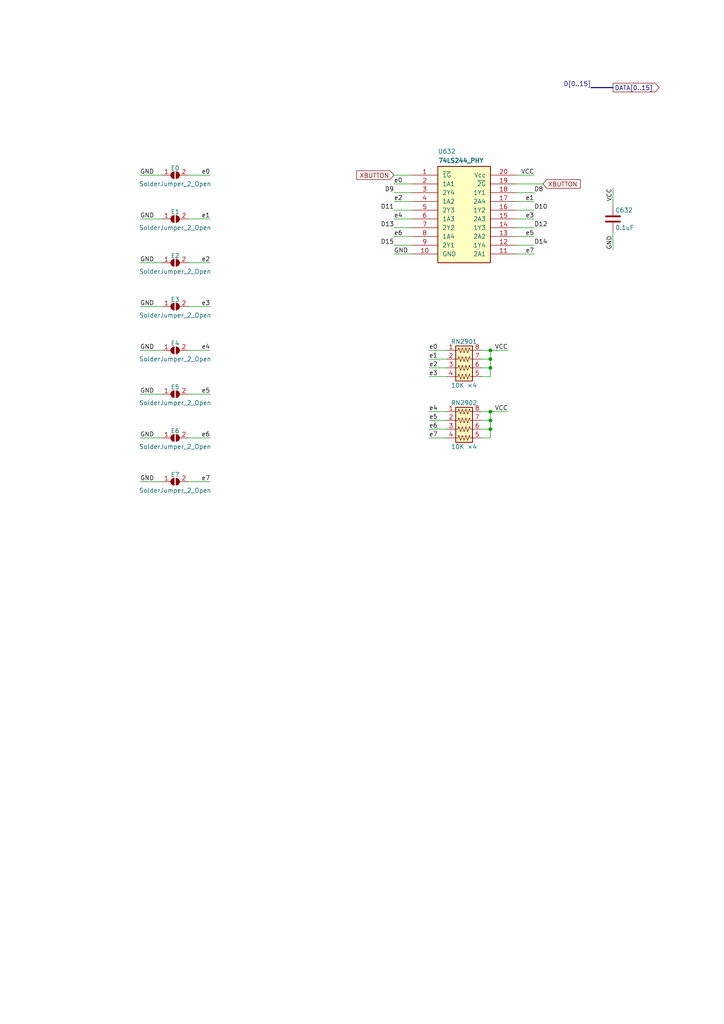
<source format=kicad_sch>
(kicad_sch (version 20211123) (generator eeschema)
  (paper "A4" portrait)
  (title_block (title "ReSTe mignon") (date "2022-07-13") (rev "mk0-0.1") (company "David SPORN") (comment 2 "original repository : https://github.com/sporniket/reste-mignon") (comment 4 "A remake of the Atari STe with some fixes applied and a target size of 25×18cm (B5)"))
  (lib_symbols
    (symbol "74x244:74LS244_PHY" (pin_names (offset 1.27))
      (property "Reference" "U" (at 0 0 0))
      (property "Value" "74LS244_PHY" (at 0 0 0))
      (symbol "74LS244_PHY_0_0"
        (rectangle (start -7.62 13.97) (end 7.62 -13.97) (stroke (width 0.254)) (fill (type background)))
        (pin input line (at -15.24 11.43 0) (length 7.62) (name "~{1G}") (number "1"))
        (pin power_in line (at -15.24 -11.43 0) (length 7.62) (name "GND") (number "10"))
        (pin input line (at 15.24 -11.43 180) (length 7.62) (name "2A1") (number "11"))
        (pin tri_state line (at 15.24 -8.89 180) (length 7.62) (name "1Y4") (number "12"))
        (pin input line (at 15.24 -6.35 180) (length 7.62) (name "2A2") (number "13"))
        (pin tri_state line (at 15.24 -3.81 180) (length 7.62) (name "1Y3") (number "14"))
        (pin input line (at 15.24 -1.27 180) (length 7.62) (name "2A3") (number "15"))
        (pin tri_state line (at 15.24 1.27 180) (length 7.62) (name "1Y2") (number "16"))
        (pin input line (at 15.24 3.81 180) (length 7.62) (name "2A4") (number "17"))
        (pin tri_state line (at 15.24 6.35 180) (length 7.62) (name "1Y1") (number "18"))
        (pin input line (at 15.24 8.89 180) (length 7.62) (name "~{2G}") (number "19"))
        (pin input line (at -15.24 8.89 0) (length 7.62) (name "1A1") (number "2"))
        (pin power_in line (at 15.24 11.43 180) (length 7.62) (name "Vcc") (number "20"))
        (pin tri_state line (at -15.24 6.35 0) (length 7.62) (name "2Y4") (number "3"))
        (pin input line (at -15.24 3.81 0) (length 7.62) (name "1A2") (number "4"))
        (pin tri_state line (at -15.24 1.27 0) (length 7.62) (name "2Y3") (number "5"))
        (pin input line (at -15.24 -1.27 0) (length 7.62) (name "1A3") (number "6"))
        (pin tri_state line (at -15.24 -3.81 0) (length 7.62) (name "2Y2") (number "7"))
        (pin input line (at -15.24 -6.35 0) (length 7.62) (name "1A4") (number "8"))
        (pin tri_state line (at -15.24 -8.89 0) (length 7.62) (name "2Y1") (number "9"))
      )
    )
    (symbol "Device:C" (pin_numbers hide) (pin_names (offset 0.254))
      (property "Reference" "C" (at 0.635 2.54 0))
      (property "Value" "C" (at 0.635 -2.54 0))
      (symbol "C_0_1"
        (polyline (pts (xy -2.032 -0.762) (xy 2.032 -0.762)) (stroke (width 0.508)))
        (polyline (pts (xy -2.032 0.762) (xy 2.032 0.762)) (stroke (width 0.508)))
      )
      (symbol "C_1_1"
        (pin passive line (at 0 3.81 270) (length 2.794) (name "~") (number "1"))
        (pin passive line (at 0 -3.81 90) (length 2.794) (name "~") (number "2"))
      )
    )
    (symbol "Jumper:SolderJumper_2_Open" (pin_names (offset 0) hide)
      (property "Reference" "JP" (at 0 2.032 0))
      (property "Value" "SolderJumper_2_Open" (at 0 -2.54 0))
      (symbol "SolderJumper_2_Open_0_1"
        (arc (start -0.254 1.016) (mid -1.27 0) (end -0.254 -1.016))
        (arc (start -0.254 1.016) (mid -1.27 0) (end -0.254 -1.016) (fill (type outline)))
        (polyline (pts (xy -0.254 1.016) (xy -0.254 -1.016)))
        (polyline (pts (xy 0.254 1.016) (xy 0.254 -1.016)))
        (arc (start 0.254 -1.016) (mid 1.27 0) (end 0.254 1.016))
        (arc (start 0.254 -1.016) (mid 1.27 0) (end 0.254 1.016) (fill (type outline)))
      )
      (symbol "SolderJumper_2_Open_1_1"
        (pin passive line (at -3.81 0 0) (length 2.54) (name "A") (number "1"))
        (pin passive line (at 3.81 0 180) (length 2.54) (name "B") (number "2"))
      )
    )
    (symbol "custom_passives:R_Pack04_US" (pin_names (offset 0) hide)
      (property "Reference" "RN" (at -7.62 0 90))
      (property "Value" "R_Pack04_US" (at 5.08 0 90))
      (symbol "R_Pack04_US_0_1"
        (rectangle (start -6.35 -2.413) (end 3.81 2.413) (stroke (width 0.254)) (fill (type background)))
        (polyline (pts (xy -5.08 -2.54) (xy -5.08 -1.905)))
        (polyline (pts (xy -5.08 1.905) (xy -5.08 2.54)))
        (polyline (pts (xy -2.54 -2.54) (xy -2.54 -1.905)))
        (polyline (pts (xy -2.54 1.905) (xy -2.54 2.54)))
        (polyline (pts (xy 0 -2.54) (xy 0 -1.905)))
        (polyline (pts (xy 0 1.905) (xy 0 2.54)))
        (polyline (pts (xy 2.54 -2.54) (xy 2.54 -1.905)))
        (polyline (pts (xy 2.54 1.905) (xy 2.54 2.54)))
        (polyline (pts (xy -5.08 -1.778) (xy -5.842 -1.524) (xy -4.318 -1.016) (xy -5.842 -0.508) (xy -4.318 0) (xy -5.842 0.508) (xy -4.318 1.016) (xy -5.842 1.524) (xy -5.08 1.778)))
        (polyline (pts (xy -2.54 -1.778) (xy -3.302 -1.524) (xy -1.778 -1.016) (xy -3.302 -0.508) (xy -1.778 0) (xy -3.302 0.508) (xy -1.778 1.016) (xy -3.302 1.524) (xy -2.54 1.778)))
      )
      (symbol "R_Pack04_US_1_1"
        (polyline (pts (xy 0 -1.778) (xy -0.762 -1.524) (xy 0.762 -1.016) (xy -0.762 -0.508) (xy 0.762 0) (xy -0.762 0.508) (xy 0.762 1.016) (xy -0.762 1.524) (xy 0 1.778)))
        (polyline (pts (xy 2.54 -1.778) (xy 1.778 -1.524) (xy 3.302 -1.016) (xy 1.778 -0.508) (xy 3.302 0) (xy 1.778 0.508) (xy 3.302 1.016) (xy 1.778 1.524) (xy 2.54 1.778)))
        (pin passive line (at -5.08 -5.08 90) (length 2.54) (name "R1.1") (number "1"))
        (pin passive line (at -2.54 -5.08 90) (length 2.54) (name "R2.1") (number "2"))
        (pin passive line (at 0 -5.08 90) (length 2.54) (name "R3.1") (number "3"))
        (pin passive line (at 2.54 -5.08 90) (length 2.54) (name "R4.1") (number "4"))
        (pin passive line (at 2.54 5.08 270) (length 2.54) (name "R4.2") (number "5"))
        (pin passive line (at 0 5.08 270) (length 2.54) (name "R3.2") (number "6"))
        (pin passive line (at -2.54 5.08 270) (length 2.54) (name "R2.2") (number "7"))
        (pin passive line (at -5.08 5.08 270) (length 2.54) (name "R1.2") (number "8"))
      )
    )
  )
  (junction (at 142.24 104.14))
  (junction (at 142.24 124.46))
  (junction (at 142.24 119.38))
  (junction (at 142.24 121.92))
  (junction (at 142.24 106.68))
  (junction (at 142.24 101.6))
  (wire (pts (xy 60.96 114.3) (xy 54.61 114.3)))
  (wire (pts (xy 114.3 53.34) (xy 119.38 53.34)))
  (wire (pts (xy 40.64 139.7) (xy 46.99 139.7)))
  (bus (pts (xy 171.45 25.4) (xy 177.8 25.4)))
  (wire (pts (xy 142.24 101.6) (xy 147.32 101.6)))
  (wire (pts (xy 139.7 104.14) (xy 142.24 104.14)))
  (wire (pts (xy 60.96 101.6) (xy 54.61 101.6)))
  (wire (pts (xy 60.96 63.5) (xy 54.61 63.5)))
  (wire (pts (xy 139.7 109.22) (xy 142.24 109.22)))
  (wire (pts (xy 124.46 109.22) (xy 129.54 109.22)))
  (wire (pts (xy 40.64 101.6) (xy 46.99 101.6)))
  (wire (pts (xy 142.24 109.22) (xy 142.24 106.68)))
  (wire (pts (xy 60.96 139.7) (xy 54.61 139.7)))
  (wire (pts (xy 154.94 68.58) (xy 149.86 68.58)))
  (wire (pts (xy 124.46 104.14) (xy 129.54 104.14)))
  (wire (pts (xy 142.24 127) (xy 142.24 124.46)))
  (wire (pts (xy 114.3 50.8) (xy 119.38 50.8)))
  (wire (pts (xy 40.64 76.2) (xy 46.99 76.2)))
  (wire (pts (xy 142.24 104.14) (xy 142.24 101.6)))
  (wire (pts (xy 154.94 63.5) (xy 149.86 63.5)))
  (wire (pts (xy 154.94 55.88) (xy 149.86 55.88)))
  (wire (pts (xy 177.8 54.61) (xy 177.8 59.69)))
  (wire (pts (xy 124.46 119.38) (xy 129.54 119.38)))
  (wire (pts (xy 114.3 63.5) (xy 119.38 63.5)))
  (wire (pts (xy 40.64 127) (xy 46.99 127)))
  (wire (pts (xy 149.86 50.8) (xy 154.94 50.8)))
  (wire (pts (xy 114.3 73.66) (xy 119.38 73.66)))
  (wire (pts (xy 139.7 127) (xy 142.24 127)))
  (wire (pts (xy 124.46 106.68) (xy 129.54 106.68)))
  (wire (pts (xy 139.7 101.6) (xy 142.24 101.6)))
  (wire (pts (xy 154.94 71.12) (xy 149.86 71.12)))
  (wire (pts (xy 60.96 88.9) (xy 54.61 88.9)))
  (wire (pts (xy 177.8 67.31) (xy 177.8 72.39)))
  (wire (pts (xy 60.96 76.2) (xy 54.61 76.2)))
  (wire (pts (xy 124.46 124.46) (xy 129.54 124.46)))
  (wire (pts (xy 124.46 121.92) (xy 129.54 121.92)))
  (wire (pts (xy 114.3 68.58) (xy 119.38 68.58)))
  (wire (pts (xy 142.24 124.46) (xy 142.24 121.92)))
  (wire (pts (xy 124.46 127) (xy 129.54 127)))
  (wire (pts (xy 142.24 119.38) (xy 147.32 119.38)))
  (wire (pts (xy 60.96 127) (xy 54.61 127)))
  (wire (pts (xy 154.94 58.42) (xy 149.86 58.42)))
  (wire (pts (xy 40.64 50.8) (xy 46.99 50.8)))
  (wire (pts (xy 40.64 114.3) (xy 46.99 114.3)))
  (wire (pts (xy 40.64 88.9) (xy 46.99 88.9)))
  (wire (pts (xy 142.24 106.68) (xy 142.24 104.14)))
  (wire (pts (xy 139.7 106.68) (xy 142.24 106.68)))
  (wire (pts (xy 114.3 66.04) (xy 119.38 66.04)))
  (wire (pts (xy 149.86 53.34) (xy 157.48 53.34)))
  (wire (pts (xy 139.7 124.46) (xy 142.24 124.46)))
  (wire (pts (xy 114.3 60.96) (xy 119.38 60.96)))
  (wire (pts (xy 154.94 66.04) (xy 149.86 66.04)))
  (wire (pts (xy 40.64 63.5) (xy 46.99 63.5)))
  (wire (pts (xy 139.7 121.92) (xy 142.24 121.92)))
  (wire (pts (xy 114.3 58.42) (xy 119.38 58.42)))
  (wire (pts (xy 154.94 73.66) (xy 149.86 73.66)))
  (wire (pts (xy 114.3 71.12) (xy 119.38 71.12)))
  (wire (pts (xy 114.3 55.88) (xy 119.38 55.88)))
  (wire (pts (xy 139.7 119.38) (xy 142.24 119.38)))
  (wire (pts (xy 124.46 101.6) (xy 129.54 101.6)))
  (wire (pts (xy 60.96 50.8) (xy 54.61 50.8)))
  (wire (pts (xy 154.94 60.96) (xy 149.86 60.96)))
  (wire (pts (xy 142.24 121.92) (xy 142.24 119.38)))
  (label "D13" (at 114.3 66.04 180))
  (label "e6" (at 114.3 68.58 0))
  (label "D9" (at 114.3 55.88 180))
  (label "e0" (at 114.3 53.34 0))
  (label "VCC" (at 147.32 101.6 180))
  (label "e6" (at 124.46 124.46 0))
  (label "e0" (at 60.96 50.8 180))
  (label "GND" (at 177.8 72.39 90))
  (label "e7" (at 60.96 139.7 180))
  (label "GND" (at 40.64 50.8 0))
  (label "GND" (at 40.64 76.2 0))
  (label "e2" (at 60.96 76.2 180))
  (label "e1" (at 60.96 63.5 180))
  (label "D[0..15]" (at 171.45 25.4 180))
  (label "e5" (at 60.96 114.3 180))
  (label "e2" (at 124.46 106.68 0))
  (label "VCC" (at 147.32 119.38 180))
  (label "e3" (at 60.96 88.9 180))
  (label "e4" (at 124.46 119.38 0))
  (label "e6" (at 60.96 127 180))
  (label "e4" (at 114.3 63.5 0))
  (label "GND" (at 40.64 114.3 0))
  (label "e5" (at 154.94 68.58 180))
  (label "GND" (at 40.64 101.6 0))
  (label "VCC" (at 154.94 50.8 180))
  (label "D10" (at 154.94 60.96 0))
  (label "D15" (at 114.3 71.12 180))
  (label "e1" (at 124.46 104.14 0))
  (label "e4" (at 60.96 101.6 180))
  (label "GND" (at 40.64 127 0))
  (label "e3" (at 124.46 109.22 0))
  (label "GND" (at 40.64 139.7 0))
  (label "GND" (at 40.64 88.9 0))
  (label "D12" (at 154.94 66.04 0))
  (label "D8" (at 154.94 55.88 0))
  (label "GND" (at 40.64 63.5 0))
  (label "e3" (at 154.94 63.5 180))
  (label "e0" (at 124.46 101.6 0))
  (label "e5" (at 124.46 121.92 0))
  (label "D14" (at 154.94 71.12 0))
  (label "e2" (at 114.3 58.42 0))
  (label "e7" (at 124.46 127 0))
  (label "GND" (at 114.3 73.66 0))
  (label "e7" (at 154.94 73.66 180))
  (label "VCC" (at 177.8 54.61 270))
  (label "D11" (at 114.3 60.96 180))
  (label "e1" (at 154.94 58.42 180))
  (global_label "DATA[0..15]" (shape output) (at 177.8 25.4 0) (property "Intersheet References" "${INTERSHEET_REFS}" (effects hide)))
  (global_label "XBUTTON" (shape input) (at 157.48 53.34 0) (property "Intersheet References" "${INTERSHEET_REFS}" (effects hide)))
  (global_label "XBUTTON" (shape input) (at 114.3 50.8 180) (property "Intersheet References" "${INTERSHEET_REFS}" (effects hide)))
  (symbol (lib_id "74x244:74LS244_PHY") (at 134.62 62.23 0) (unit 1)
    (property "Reference" "U632" (at 127 43.18 0) (effects (justify left top)))
    (property "Value" "74LS244_PHY" (at 127 45.72 0) (effects (font bold) (justify left top)))
    (property "Footprint" "Package_DIP:DIP-20_W7.62mm_LongPads" (effects hide))
  )
  (symbol (lib_id "Jumper:SolderJumper_2_Open") (at 50.8 50.8 0) (unit 1)
    (property "Reference" "E0" (at 50.8 48.768 0))
    (property "Value" "SolderJumper_2_Open" (at 50.8 53.34 0))
    (property "Footprint" "Jumper:SolderJumper-2_P1.3mm_Open_Pad1.0x1.5mm" (effects hide))
  )
  (symbol (lib_id "Jumper:SolderJumper_2_Open") (at 50.8 63.5 0) (unit 1)
    (property "Reference" "E1" (at 50.8 61.468 0))
    (property "Value" "SolderJumper_2_Open" (at 50.8 66.04 0))
    (property "Footprint" "Jumper:SolderJumper-2_P1.3mm_Open_Pad1.0x1.5mm" (effects hide))
  )
  (symbol (lib_id "Jumper:SolderJumper_2_Open") (at 50.8 76.2 0) (unit 1)
    (property "Reference" "E2" (at 50.8 74.168 0))
    (property "Value" "SolderJumper_2_Open" (at 50.8 78.74 0))
    (property "Footprint" "Jumper:SolderJumper-2_P1.3mm_Open_Pad1.0x1.5mm" (effects hide))
  )
  (symbol (lib_id "Jumper:SolderJumper_2_Open") (at 50.8 88.9 0) (unit 1)
    (property "Reference" "E3" (at 50.8 86.868 0))
    (property "Value" "SolderJumper_2_Open" (at 50.8 91.44 0))
    (property "Footprint" "Jumper:SolderJumper-2_P1.3mm_Open_Pad1.0x1.5mm" (effects hide))
  )
  (symbol (lib_id "Jumper:SolderJumper_2_Open") (at 50.8 101.6 0) (unit 1)
    (property "Reference" "E4" (at 50.8 99.568 0))
    (property "Value" "SolderJumper_2_Open" (at 50.8 104.14 0))
    (property "Footprint" "Jumper:SolderJumper-2_P1.3mm_Open_Pad1.0x1.5mm" (effects hide))
  )
  (symbol (lib_id "Jumper:SolderJumper_2_Open") (at 50.8 114.3 0) (unit 1)
    (property "Reference" "E5" (at 50.8 112.268 0))
    (property "Value" "SolderJumper_2_Open" (at 50.8 116.84 0))
    (property "Footprint" "Jumper:SolderJumper-2_P1.3mm_Open_Pad1.0x1.5mm" (effects hide))
  )
  (symbol (lib_id "Jumper:SolderJumper_2_Open") (at 50.8 127 0) (unit 1)
    (property "Reference" "E6" (at 50.8 124.968 0))
    (property "Value" "SolderJumper_2_Open" (at 50.8 129.54 0))
    (property "Footprint" "Jumper:SolderJumper-2_P1.3mm_Open_Pad1.0x1.5mm" (effects hide))
  )
  (symbol (lib_id "Jumper:SolderJumper_2_Open") (at 50.8 139.7 0) (unit 1)
    (property "Reference" "E7" (at 50.8 137.668 0))
    (property "Value" "SolderJumper_2_Open" (at 50.8 142.24 0))
    (property "Footprint" "Jumper:SolderJumper-2_P1.3mm_Open_Pad1.0x1.5mm" (effects hide))
  )
  (symbol (lib_id "Device:C") (at 177.8 63.5 0)
    (property "Reference" "C632" (at 178.435 60.96 0) (effects (justify left)))
    (property "Value" "0.1uF" (at 178.435 66.04 0) (effects (justify left)))
    (property "Footprint" "Capacitor_SMD:C_1206_3216Metric_Pad1.33x1.80mm_HandSolder" (effects hide))
  )
  (symbol (lib_id "custom_passives:R_Pack04_US") (at 134.62 106.68 270) (unit 1)
    (property "Reference" "RN2901" (at 134.62 99.06 90))
    (property "Value" "10K ×4" (at 134.62 111.76 90))
    (property "Footprint" "Resistor_SMD:R_Array_Convex_4x0603" (effects hide))
  )
  (symbol (lib_id "custom_passives:R_Pack04_US") (at 134.62 124.46 270) (unit 1)
    (property "Reference" "RN2902" (at 134.62 116.84 90))
    (property "Value" "10K ×4" (at 134.62 129.54 90))
    (property "Footprint" "Resistor_SMD:R_Array_Convex_4x0603" (effects hide))
  )
)
</source>
